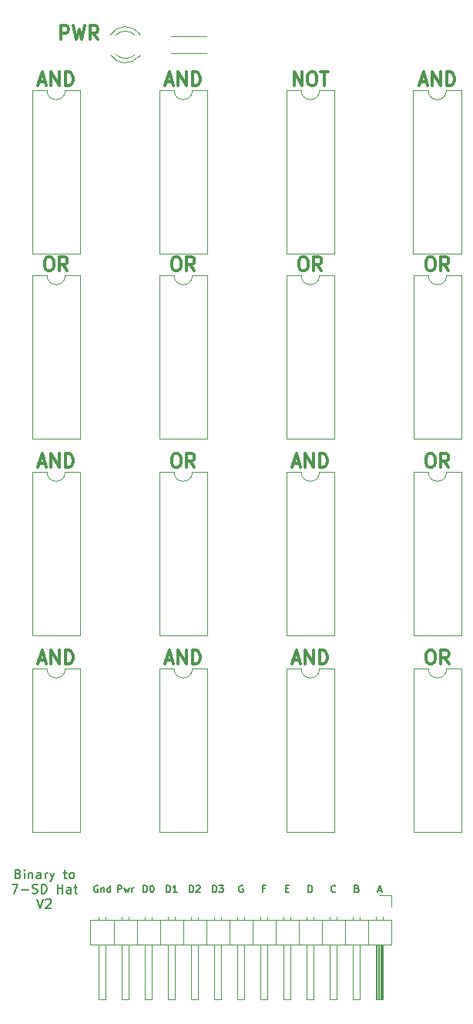
<source format=gto>
%TF.GenerationSoftware,KiCad,Pcbnew,(6.0.9)*%
%TF.CreationDate,2025-06-18T12:23:39-04:00*%
%TF.ProjectId,Seven Segment Display,53657665-6e20-4536-9567-6d656e742044,2*%
%TF.SameCoordinates,Original*%
%TF.FileFunction,Legend,Top*%
%TF.FilePolarity,Positive*%
%FSLAX46Y46*%
G04 Gerber Fmt 4.6, Leading zero omitted, Abs format (unit mm)*
G04 Created by KiCad (PCBNEW (6.0.9)) date 2025-06-18 12:23:39*
%MOMM*%
%LPD*%
G01*
G04 APERTURE LIST*
%ADD10C,0.187500*%
%ADD11C,0.300000*%
%ADD12C,0.150000*%
%ADD13C,0.120000*%
%ADD14R,1.800000X1.800000*%
%ADD15C,1.800000*%
%ADD16O,1.700000X1.700000*%
%ADD17R,1.700000X1.700000*%
%ADD18R,1.600000X1.600000*%
%ADD19O,1.600000X1.600000*%
%ADD20C,1.400000*%
%ADD21O,1.400000X1.400000*%
G04 APERTURE END LIST*
D10*
X132791428Y-126069285D02*
X132791428Y-125319285D01*
X132970000Y-125319285D01*
X133077142Y-125355000D01*
X133148571Y-125426428D01*
X133184285Y-125497857D01*
X133220000Y-125640714D01*
X133220000Y-125747857D01*
X133184285Y-125890714D01*
X133148571Y-125962142D01*
X133077142Y-126033571D01*
X132970000Y-126069285D01*
X132791428Y-126069285D01*
X133505714Y-125390714D02*
X133541428Y-125355000D01*
X133612857Y-125319285D01*
X133791428Y-125319285D01*
X133862857Y-125355000D01*
X133898571Y-125390714D01*
X133934285Y-125462142D01*
X133934285Y-125533571D01*
X133898571Y-125640714D01*
X133470000Y-126069285D01*
X133934285Y-126069285D01*
D11*
X145152142Y-56338571D02*
X145437857Y-56338571D01*
X145580714Y-56410000D01*
X145723571Y-56552857D01*
X145795000Y-56838571D01*
X145795000Y-57338571D01*
X145723571Y-57624285D01*
X145580714Y-57767142D01*
X145437857Y-57838571D01*
X145152142Y-57838571D01*
X145009285Y-57767142D01*
X144866428Y-57624285D01*
X144795000Y-57338571D01*
X144795000Y-56838571D01*
X144866428Y-56552857D01*
X145009285Y-56410000D01*
X145152142Y-56338571D01*
X147295000Y-57838571D02*
X146795000Y-57124285D01*
X146437857Y-57838571D02*
X146437857Y-56338571D01*
X147009285Y-56338571D01*
X147152142Y-56410000D01*
X147223571Y-56481428D01*
X147295000Y-56624285D01*
X147295000Y-56838571D01*
X147223571Y-56981428D01*
X147152142Y-57052857D01*
X147009285Y-57124285D01*
X146437857Y-57124285D01*
D10*
X135336428Y-126069285D02*
X135336428Y-125319285D01*
X135515000Y-125319285D01*
X135622142Y-125355000D01*
X135693571Y-125426428D01*
X135729285Y-125497857D01*
X135765000Y-125640714D01*
X135765000Y-125747857D01*
X135729285Y-125890714D01*
X135693571Y-125962142D01*
X135622142Y-126033571D01*
X135515000Y-126069285D01*
X135336428Y-126069285D01*
X136015000Y-125319285D02*
X136479285Y-125319285D01*
X136229285Y-125605000D01*
X136336428Y-125605000D01*
X136407857Y-125640714D01*
X136443571Y-125676428D01*
X136479285Y-125747857D01*
X136479285Y-125926428D01*
X136443571Y-125997857D01*
X136407857Y-126033571D01*
X136336428Y-126069285D01*
X136122142Y-126069285D01*
X136050714Y-126033571D01*
X136015000Y-125997857D01*
D11*
X159122142Y-56338571D02*
X159407857Y-56338571D01*
X159550714Y-56410000D01*
X159693571Y-56552857D01*
X159765000Y-56838571D01*
X159765000Y-57338571D01*
X159693571Y-57624285D01*
X159550714Y-57767142D01*
X159407857Y-57838571D01*
X159122142Y-57838571D01*
X158979285Y-57767142D01*
X158836428Y-57624285D01*
X158765000Y-57338571D01*
X158765000Y-56838571D01*
X158836428Y-56552857D01*
X158979285Y-56410000D01*
X159122142Y-56338571D01*
X161265000Y-57838571D02*
X160765000Y-57124285D01*
X160407857Y-57838571D02*
X160407857Y-56338571D01*
X160979285Y-56338571D01*
X161122142Y-56410000D01*
X161193571Y-56481428D01*
X161265000Y-56624285D01*
X161265000Y-56838571D01*
X161193571Y-56981428D01*
X161122142Y-57052857D01*
X160979285Y-57124285D01*
X160407857Y-57124285D01*
X130182142Y-37090000D02*
X130896428Y-37090000D01*
X130039285Y-37518571D02*
X130539285Y-36018571D01*
X131039285Y-37518571D01*
X131539285Y-37518571D02*
X131539285Y-36018571D01*
X132396428Y-37518571D01*
X132396428Y-36018571D01*
X133110714Y-37518571D02*
X133110714Y-36018571D01*
X133467857Y-36018571D01*
X133682142Y-36090000D01*
X133825000Y-36232857D01*
X133896428Y-36375714D01*
X133967857Y-36661428D01*
X133967857Y-36875714D01*
X133896428Y-37161428D01*
X133825000Y-37304285D01*
X133682142Y-37447142D01*
X133467857Y-37518571D01*
X133110714Y-37518571D01*
X158122142Y-37090000D02*
X158836428Y-37090000D01*
X157979285Y-37518571D02*
X158479285Y-36018571D01*
X158979285Y-37518571D01*
X159479285Y-37518571D02*
X159479285Y-36018571D01*
X160336428Y-37518571D01*
X160336428Y-36018571D01*
X161050714Y-37518571D02*
X161050714Y-36018571D01*
X161407857Y-36018571D01*
X161622142Y-36090000D01*
X161765000Y-36232857D01*
X161836428Y-36375714D01*
X161907857Y-36661428D01*
X161907857Y-36875714D01*
X161836428Y-37161428D01*
X161765000Y-37304285D01*
X161622142Y-37447142D01*
X161407857Y-37518571D01*
X161050714Y-37518571D01*
X131182142Y-56338571D02*
X131467857Y-56338571D01*
X131610714Y-56410000D01*
X131753571Y-56552857D01*
X131825000Y-56838571D01*
X131825000Y-57338571D01*
X131753571Y-57624285D01*
X131610714Y-57767142D01*
X131467857Y-57838571D01*
X131182142Y-57838571D01*
X131039285Y-57767142D01*
X130896428Y-57624285D01*
X130825000Y-57338571D01*
X130825000Y-56838571D01*
X130896428Y-56552857D01*
X131039285Y-56410000D01*
X131182142Y-56338571D01*
X133325000Y-57838571D02*
X132825000Y-57124285D01*
X132467857Y-57838571D02*
X132467857Y-56338571D01*
X133039285Y-56338571D01*
X133182142Y-56410000D01*
X133253571Y-56481428D01*
X133325000Y-56624285D01*
X133325000Y-56838571D01*
X133253571Y-56981428D01*
X133182142Y-57052857D01*
X133039285Y-57124285D01*
X132467857Y-57124285D01*
X144259285Y-37518571D02*
X144259285Y-36018571D01*
X145116428Y-37518571D01*
X145116428Y-36018571D01*
X146116428Y-36018571D02*
X146402142Y-36018571D01*
X146545000Y-36090000D01*
X146687857Y-36232857D01*
X146759285Y-36518571D01*
X146759285Y-37018571D01*
X146687857Y-37304285D01*
X146545000Y-37447142D01*
X146402142Y-37518571D01*
X146116428Y-37518571D01*
X145973571Y-37447142D01*
X145830714Y-37304285D01*
X145759285Y-37018571D01*
X145759285Y-36518571D01*
X145830714Y-36232857D01*
X145973571Y-36090000D01*
X146116428Y-36018571D01*
X147187857Y-36018571D02*
X148045000Y-36018571D01*
X147616428Y-37518571D02*
X147616428Y-36018571D01*
X116212142Y-79000000D02*
X116926428Y-79000000D01*
X116069285Y-79428571D02*
X116569285Y-77928571D01*
X117069285Y-79428571D01*
X117569285Y-79428571D02*
X117569285Y-77928571D01*
X118426428Y-79428571D01*
X118426428Y-77928571D01*
X119140714Y-79428571D02*
X119140714Y-77928571D01*
X119497857Y-77928571D01*
X119712142Y-78000000D01*
X119855000Y-78142857D01*
X119926428Y-78285714D01*
X119997857Y-78571428D01*
X119997857Y-78785714D01*
X119926428Y-79071428D01*
X119855000Y-79214285D01*
X119712142Y-79357142D01*
X119497857Y-79428571D01*
X119140714Y-79428571D01*
X116212142Y-100590000D02*
X116926428Y-100590000D01*
X116069285Y-101018571D02*
X116569285Y-99518571D01*
X117069285Y-101018571D01*
X117569285Y-101018571D02*
X117569285Y-99518571D01*
X118426428Y-101018571D01*
X118426428Y-99518571D01*
X119140714Y-101018571D02*
X119140714Y-99518571D01*
X119497857Y-99518571D01*
X119712142Y-99590000D01*
X119855000Y-99732857D01*
X119926428Y-99875714D01*
X119997857Y-100161428D01*
X119997857Y-100375714D01*
X119926428Y-100661428D01*
X119855000Y-100804285D01*
X119712142Y-100947142D01*
X119497857Y-101018571D01*
X119140714Y-101018571D01*
X118650000Y-32428571D02*
X118650000Y-30928571D01*
X119221428Y-30928571D01*
X119364285Y-31000000D01*
X119435714Y-31071428D01*
X119507142Y-31214285D01*
X119507142Y-31428571D01*
X119435714Y-31571428D01*
X119364285Y-31642857D01*
X119221428Y-31714285D01*
X118650000Y-31714285D01*
X120007142Y-30928571D02*
X120364285Y-32428571D01*
X120650000Y-31357142D01*
X120935714Y-32428571D01*
X121292857Y-30928571D01*
X122721428Y-32428571D02*
X122221428Y-31714285D01*
X121864285Y-32428571D02*
X121864285Y-30928571D01*
X122435714Y-30928571D01*
X122578571Y-31000000D01*
X122650000Y-31071428D01*
X122721428Y-31214285D01*
X122721428Y-31428571D01*
X122650000Y-31571428D01*
X122578571Y-31642857D01*
X122435714Y-31714285D01*
X121864285Y-31714285D01*
D12*
X113954047Y-124058571D02*
X114096904Y-124106190D01*
X114144523Y-124153809D01*
X114192142Y-124249047D01*
X114192142Y-124391904D01*
X114144523Y-124487142D01*
X114096904Y-124534761D01*
X114001666Y-124582380D01*
X113620714Y-124582380D01*
X113620714Y-123582380D01*
X113954047Y-123582380D01*
X114049285Y-123630000D01*
X114096904Y-123677619D01*
X114144523Y-123772857D01*
X114144523Y-123868095D01*
X114096904Y-123963333D01*
X114049285Y-124010952D01*
X113954047Y-124058571D01*
X113620714Y-124058571D01*
X114620714Y-124582380D02*
X114620714Y-123915714D01*
X114620714Y-123582380D02*
X114573095Y-123630000D01*
X114620714Y-123677619D01*
X114668333Y-123630000D01*
X114620714Y-123582380D01*
X114620714Y-123677619D01*
X115096904Y-123915714D02*
X115096904Y-124582380D01*
X115096904Y-124010952D02*
X115144523Y-123963333D01*
X115239761Y-123915714D01*
X115382619Y-123915714D01*
X115477857Y-123963333D01*
X115525476Y-124058571D01*
X115525476Y-124582380D01*
X116430238Y-124582380D02*
X116430238Y-124058571D01*
X116382619Y-123963333D01*
X116287380Y-123915714D01*
X116096904Y-123915714D01*
X116001666Y-123963333D01*
X116430238Y-124534761D02*
X116335000Y-124582380D01*
X116096904Y-124582380D01*
X116001666Y-124534761D01*
X115954047Y-124439523D01*
X115954047Y-124344285D01*
X116001666Y-124249047D01*
X116096904Y-124201428D01*
X116335000Y-124201428D01*
X116430238Y-124153809D01*
X116906428Y-124582380D02*
X116906428Y-123915714D01*
X116906428Y-124106190D02*
X116954047Y-124010952D01*
X117001666Y-123963333D01*
X117096904Y-123915714D01*
X117192142Y-123915714D01*
X117430238Y-123915714D02*
X117668333Y-124582380D01*
X117906428Y-123915714D02*
X117668333Y-124582380D01*
X117573095Y-124820476D01*
X117525476Y-124868095D01*
X117430238Y-124915714D01*
X118906428Y-123915714D02*
X119287380Y-123915714D01*
X119049285Y-123582380D02*
X119049285Y-124439523D01*
X119096904Y-124534761D01*
X119192142Y-124582380D01*
X119287380Y-124582380D01*
X119763571Y-124582380D02*
X119668333Y-124534761D01*
X119620714Y-124487142D01*
X119573095Y-124391904D01*
X119573095Y-124106190D01*
X119620714Y-124010952D01*
X119668333Y-123963333D01*
X119763571Y-123915714D01*
X119906428Y-123915714D01*
X120001666Y-123963333D01*
X120049285Y-124010952D01*
X120096904Y-124106190D01*
X120096904Y-124391904D01*
X120049285Y-124487142D01*
X120001666Y-124534761D01*
X119906428Y-124582380D01*
X119763571Y-124582380D01*
X113263571Y-125192380D02*
X113930238Y-125192380D01*
X113501666Y-126192380D01*
X114311190Y-125811428D02*
X115073095Y-125811428D01*
X115501666Y-126144761D02*
X115644523Y-126192380D01*
X115882619Y-126192380D01*
X115977857Y-126144761D01*
X116025476Y-126097142D01*
X116073095Y-126001904D01*
X116073095Y-125906666D01*
X116025476Y-125811428D01*
X115977857Y-125763809D01*
X115882619Y-125716190D01*
X115692142Y-125668571D01*
X115596904Y-125620952D01*
X115549285Y-125573333D01*
X115501666Y-125478095D01*
X115501666Y-125382857D01*
X115549285Y-125287619D01*
X115596904Y-125240000D01*
X115692142Y-125192380D01*
X115930238Y-125192380D01*
X116073095Y-125240000D01*
X116501666Y-126192380D02*
X116501666Y-125192380D01*
X116739761Y-125192380D01*
X116882619Y-125240000D01*
X116977857Y-125335238D01*
X117025476Y-125430476D01*
X117073095Y-125620952D01*
X117073095Y-125763809D01*
X117025476Y-125954285D01*
X116977857Y-126049523D01*
X116882619Y-126144761D01*
X116739761Y-126192380D01*
X116501666Y-126192380D01*
X118263571Y-126192380D02*
X118263571Y-125192380D01*
X118263571Y-125668571D02*
X118835000Y-125668571D01*
X118835000Y-126192380D02*
X118835000Y-125192380D01*
X119739761Y-126192380D02*
X119739761Y-125668571D01*
X119692142Y-125573333D01*
X119596904Y-125525714D01*
X119406428Y-125525714D01*
X119311190Y-125573333D01*
X119739761Y-126144761D02*
X119644523Y-126192380D01*
X119406428Y-126192380D01*
X119311190Y-126144761D01*
X119263571Y-126049523D01*
X119263571Y-125954285D01*
X119311190Y-125859047D01*
X119406428Y-125811428D01*
X119644523Y-125811428D01*
X119739761Y-125763809D01*
X120073095Y-125525714D02*
X120454047Y-125525714D01*
X120215952Y-125192380D02*
X120215952Y-126049523D01*
X120263571Y-126144761D01*
X120358809Y-126192380D01*
X120454047Y-126192380D01*
X116025476Y-126802380D02*
X116358809Y-127802380D01*
X116692142Y-126802380D01*
X116977857Y-126897619D02*
X117025476Y-126850000D01*
X117120714Y-126802380D01*
X117358809Y-126802380D01*
X117454047Y-126850000D01*
X117501666Y-126897619D01*
X117549285Y-126992857D01*
X117549285Y-127088095D01*
X117501666Y-127230952D01*
X116930238Y-127802380D01*
X117549285Y-127802380D01*
D10*
X141077142Y-125676428D02*
X140827142Y-125676428D01*
X140827142Y-126069285D02*
X140827142Y-125319285D01*
X141184285Y-125319285D01*
D11*
X144152142Y-100590000D02*
X144866428Y-100590000D01*
X144009285Y-101018571D02*
X144509285Y-99518571D01*
X145009285Y-101018571D01*
X145509285Y-101018571D02*
X145509285Y-99518571D01*
X146366428Y-101018571D01*
X146366428Y-99518571D01*
X147080714Y-101018571D02*
X147080714Y-99518571D01*
X147437857Y-99518571D01*
X147652142Y-99590000D01*
X147795000Y-99732857D01*
X147866428Y-99875714D01*
X147937857Y-100161428D01*
X147937857Y-100375714D01*
X147866428Y-100661428D01*
X147795000Y-100804285D01*
X147652142Y-100947142D01*
X147437857Y-101018571D01*
X147080714Y-101018571D01*
D10*
X124908571Y-126069285D02*
X124908571Y-125319285D01*
X125194285Y-125319285D01*
X125265714Y-125355000D01*
X125301428Y-125390714D01*
X125337142Y-125462142D01*
X125337142Y-125569285D01*
X125301428Y-125640714D01*
X125265714Y-125676428D01*
X125194285Y-125712142D01*
X124908571Y-125712142D01*
X125587142Y-125569285D02*
X125730000Y-126069285D01*
X125872857Y-125712142D01*
X126015714Y-126069285D01*
X126158571Y-125569285D01*
X126444285Y-126069285D02*
X126444285Y-125569285D01*
X126444285Y-125712142D02*
X126480000Y-125640714D01*
X126515714Y-125605000D01*
X126587142Y-125569285D01*
X126658571Y-125569285D01*
X148817142Y-125997857D02*
X148781428Y-126033571D01*
X148674285Y-126069285D01*
X148602857Y-126069285D01*
X148495714Y-126033571D01*
X148424285Y-125962142D01*
X148388571Y-125890714D01*
X148352857Y-125747857D01*
X148352857Y-125640714D01*
X148388571Y-125497857D01*
X148424285Y-125426428D01*
X148495714Y-125355000D01*
X148602857Y-125319285D01*
X148674285Y-125319285D01*
X148781428Y-125355000D01*
X148817142Y-125390714D01*
D11*
X117212142Y-56338571D02*
X117497857Y-56338571D01*
X117640714Y-56410000D01*
X117783571Y-56552857D01*
X117855000Y-56838571D01*
X117855000Y-57338571D01*
X117783571Y-57624285D01*
X117640714Y-57767142D01*
X117497857Y-57838571D01*
X117212142Y-57838571D01*
X117069285Y-57767142D01*
X116926428Y-57624285D01*
X116855000Y-57338571D01*
X116855000Y-56838571D01*
X116926428Y-56552857D01*
X117069285Y-56410000D01*
X117212142Y-56338571D01*
X119355000Y-57838571D02*
X118855000Y-57124285D01*
X118497857Y-57838571D02*
X118497857Y-56338571D01*
X119069285Y-56338571D01*
X119212142Y-56410000D01*
X119283571Y-56481428D01*
X119355000Y-56624285D01*
X119355000Y-56838571D01*
X119283571Y-56981428D01*
X119212142Y-57052857D01*
X119069285Y-57124285D01*
X118497857Y-57124285D01*
X130182142Y-100590000D02*
X130896428Y-100590000D01*
X130039285Y-101018571D02*
X130539285Y-99518571D01*
X131039285Y-101018571D01*
X131539285Y-101018571D02*
X131539285Y-99518571D01*
X132396428Y-101018571D01*
X132396428Y-99518571D01*
X133110714Y-101018571D02*
X133110714Y-99518571D01*
X133467857Y-99518571D01*
X133682142Y-99590000D01*
X133825000Y-99732857D01*
X133896428Y-99875714D01*
X133967857Y-100161428D01*
X133967857Y-100375714D01*
X133896428Y-100661428D01*
X133825000Y-100804285D01*
X133682142Y-100947142D01*
X133467857Y-101018571D01*
X133110714Y-101018571D01*
D10*
X130256428Y-126069285D02*
X130256428Y-125319285D01*
X130435000Y-125319285D01*
X130542142Y-125355000D01*
X130613571Y-125426428D01*
X130649285Y-125497857D01*
X130685000Y-125640714D01*
X130685000Y-125747857D01*
X130649285Y-125890714D01*
X130613571Y-125962142D01*
X130542142Y-126033571D01*
X130435000Y-126069285D01*
X130256428Y-126069285D01*
X131399285Y-126069285D02*
X130970714Y-126069285D01*
X131185000Y-126069285D02*
X131185000Y-125319285D01*
X131113571Y-125426428D01*
X131042142Y-125497857D01*
X130970714Y-125533571D01*
D11*
X116212142Y-37090000D02*
X116926428Y-37090000D01*
X116069285Y-37518571D02*
X116569285Y-36018571D01*
X117069285Y-37518571D01*
X117569285Y-37518571D02*
X117569285Y-36018571D01*
X118426428Y-37518571D01*
X118426428Y-36018571D01*
X119140714Y-37518571D02*
X119140714Y-36018571D01*
X119497857Y-36018571D01*
X119712142Y-36090000D01*
X119855000Y-36232857D01*
X119926428Y-36375714D01*
X119997857Y-36661428D01*
X119997857Y-36875714D01*
X119926428Y-37161428D01*
X119855000Y-37304285D01*
X119712142Y-37447142D01*
X119497857Y-37518571D01*
X119140714Y-37518571D01*
X144152142Y-79000000D02*
X144866428Y-79000000D01*
X144009285Y-79428571D02*
X144509285Y-77928571D01*
X145009285Y-79428571D01*
X145509285Y-79428571D02*
X145509285Y-77928571D01*
X146366428Y-79428571D01*
X146366428Y-77928571D01*
X147080714Y-79428571D02*
X147080714Y-77928571D01*
X147437857Y-77928571D01*
X147652142Y-78000000D01*
X147795000Y-78142857D01*
X147866428Y-78285714D01*
X147937857Y-78571428D01*
X147937857Y-78785714D01*
X147866428Y-79071428D01*
X147795000Y-79214285D01*
X147652142Y-79357142D01*
X147437857Y-79428571D01*
X147080714Y-79428571D01*
D10*
X145848571Y-126069285D02*
X145848571Y-125319285D01*
X146027142Y-125319285D01*
X146134285Y-125355000D01*
X146205714Y-125426428D01*
X146241428Y-125497857D01*
X146277142Y-125640714D01*
X146277142Y-125747857D01*
X146241428Y-125890714D01*
X146205714Y-125962142D01*
X146134285Y-126033571D01*
X146027142Y-126069285D01*
X145848571Y-126069285D01*
D11*
X159122142Y-77928571D02*
X159407857Y-77928571D01*
X159550714Y-78000000D01*
X159693571Y-78142857D01*
X159765000Y-78428571D01*
X159765000Y-78928571D01*
X159693571Y-79214285D01*
X159550714Y-79357142D01*
X159407857Y-79428571D01*
X159122142Y-79428571D01*
X158979285Y-79357142D01*
X158836428Y-79214285D01*
X158765000Y-78928571D01*
X158765000Y-78428571D01*
X158836428Y-78142857D01*
X158979285Y-78000000D01*
X159122142Y-77928571D01*
X161265000Y-79428571D02*
X160765000Y-78714285D01*
X160407857Y-79428571D02*
X160407857Y-77928571D01*
X160979285Y-77928571D01*
X161122142Y-78000000D01*
X161193571Y-78071428D01*
X161265000Y-78214285D01*
X161265000Y-78428571D01*
X161193571Y-78571428D01*
X161122142Y-78642857D01*
X160979285Y-78714285D01*
X160407857Y-78714285D01*
D10*
X153486428Y-125855000D02*
X153843571Y-125855000D01*
X153415000Y-126069285D02*
X153665000Y-125319285D01*
X153915000Y-126069285D01*
X122707857Y-125355000D02*
X122636428Y-125319285D01*
X122529285Y-125319285D01*
X122422142Y-125355000D01*
X122350714Y-125426428D01*
X122315000Y-125497857D01*
X122279285Y-125640714D01*
X122279285Y-125747857D01*
X122315000Y-125890714D01*
X122350714Y-125962142D01*
X122422142Y-126033571D01*
X122529285Y-126069285D01*
X122600714Y-126069285D01*
X122707857Y-126033571D01*
X122743571Y-125997857D01*
X122743571Y-125747857D01*
X122600714Y-125747857D01*
X123065000Y-125569285D02*
X123065000Y-126069285D01*
X123065000Y-125640714D02*
X123100714Y-125605000D01*
X123172142Y-125569285D01*
X123279285Y-125569285D01*
X123350714Y-125605000D01*
X123386428Y-125676428D01*
X123386428Y-126069285D01*
X124065000Y-126069285D02*
X124065000Y-125319285D01*
X124065000Y-126033571D02*
X123993571Y-126069285D01*
X123850714Y-126069285D01*
X123779285Y-126033571D01*
X123743571Y-125997857D01*
X123707857Y-125926428D01*
X123707857Y-125712142D01*
X123743571Y-125640714D01*
X123779285Y-125605000D01*
X123850714Y-125569285D01*
X123993571Y-125569285D01*
X124065000Y-125605000D01*
X143349285Y-125676428D02*
X143599285Y-125676428D01*
X143706428Y-126069285D02*
X143349285Y-126069285D01*
X143349285Y-125319285D01*
X143706428Y-125319285D01*
X127716428Y-126069285D02*
X127716428Y-125319285D01*
X127895000Y-125319285D01*
X128002142Y-125355000D01*
X128073571Y-125426428D01*
X128109285Y-125497857D01*
X128145000Y-125640714D01*
X128145000Y-125747857D01*
X128109285Y-125890714D01*
X128073571Y-125962142D01*
X128002142Y-126033571D01*
X127895000Y-126069285D01*
X127716428Y-126069285D01*
X128609285Y-125319285D02*
X128680714Y-125319285D01*
X128752142Y-125355000D01*
X128787857Y-125390714D01*
X128823571Y-125462142D01*
X128859285Y-125605000D01*
X128859285Y-125783571D01*
X128823571Y-125926428D01*
X128787857Y-125997857D01*
X128752142Y-126033571D01*
X128680714Y-126069285D01*
X128609285Y-126069285D01*
X128537857Y-126033571D01*
X128502142Y-125997857D01*
X128466428Y-125926428D01*
X128430714Y-125783571D01*
X128430714Y-125605000D01*
X128466428Y-125462142D01*
X128502142Y-125390714D01*
X128537857Y-125355000D01*
X128609285Y-125319285D01*
X151183571Y-125676428D02*
X151290714Y-125712142D01*
X151326428Y-125747857D01*
X151362142Y-125819285D01*
X151362142Y-125926428D01*
X151326428Y-125997857D01*
X151290714Y-126033571D01*
X151219285Y-126069285D01*
X150933571Y-126069285D01*
X150933571Y-125319285D01*
X151183571Y-125319285D01*
X151255000Y-125355000D01*
X151290714Y-125390714D01*
X151326428Y-125462142D01*
X151326428Y-125533571D01*
X151290714Y-125605000D01*
X151255000Y-125640714D01*
X151183571Y-125676428D01*
X150933571Y-125676428D01*
D11*
X131182142Y-77928571D02*
X131467857Y-77928571D01*
X131610714Y-78000000D01*
X131753571Y-78142857D01*
X131825000Y-78428571D01*
X131825000Y-78928571D01*
X131753571Y-79214285D01*
X131610714Y-79357142D01*
X131467857Y-79428571D01*
X131182142Y-79428571D01*
X131039285Y-79357142D01*
X130896428Y-79214285D01*
X130825000Y-78928571D01*
X130825000Y-78428571D01*
X130896428Y-78142857D01*
X131039285Y-78000000D01*
X131182142Y-77928571D01*
X133325000Y-79428571D02*
X132825000Y-78714285D01*
X132467857Y-79428571D02*
X132467857Y-77928571D01*
X133039285Y-77928571D01*
X133182142Y-78000000D01*
X133253571Y-78071428D01*
X133325000Y-78214285D01*
X133325000Y-78428571D01*
X133253571Y-78571428D01*
X133182142Y-78642857D01*
X133039285Y-78714285D01*
X132467857Y-78714285D01*
D10*
X138626428Y-125355000D02*
X138555000Y-125319285D01*
X138447857Y-125319285D01*
X138340714Y-125355000D01*
X138269285Y-125426428D01*
X138233571Y-125497857D01*
X138197857Y-125640714D01*
X138197857Y-125747857D01*
X138233571Y-125890714D01*
X138269285Y-125962142D01*
X138340714Y-126033571D01*
X138447857Y-126069285D01*
X138519285Y-126069285D01*
X138626428Y-126033571D01*
X138662142Y-125997857D01*
X138662142Y-125747857D01*
X138519285Y-125747857D01*
D11*
X159132142Y-99518571D02*
X159417857Y-99518571D01*
X159560714Y-99590000D01*
X159703571Y-99732857D01*
X159775000Y-100018571D01*
X159775000Y-100518571D01*
X159703571Y-100804285D01*
X159560714Y-100947142D01*
X159417857Y-101018571D01*
X159132142Y-101018571D01*
X158989285Y-100947142D01*
X158846428Y-100804285D01*
X158775000Y-100518571D01*
X158775000Y-100018571D01*
X158846428Y-99732857D01*
X158989285Y-99590000D01*
X159132142Y-99518571D01*
X161275000Y-101018571D02*
X160775000Y-100304285D01*
X160417857Y-101018571D02*
X160417857Y-99518571D01*
X160989285Y-99518571D01*
X161132142Y-99590000D01*
X161203571Y-99661428D01*
X161275000Y-99804285D01*
X161275000Y-100018571D01*
X161203571Y-100161428D01*
X161132142Y-100232857D01*
X160989285Y-100304285D01*
X160417857Y-100304285D01*
D13*
%TO.C,D1*%
X127290000Y-31940000D02*
X127290000Y-31784000D01*
X127290000Y-34256000D02*
X127290000Y-34100000D01*
X126770961Y-31940000D02*
G75*
G03*
X124688870Y-31940163I-1040961J-1080000D01*
G01*
X124688870Y-34099837D02*
G75*
G03*
X126770961Y-34100000I1041130J1079837D01*
G01*
X124057665Y-34098608D02*
G75*
G03*
X127290000Y-34255516I1672335J1078608D01*
G01*
X127290000Y-31784484D02*
G75*
G03*
X124057665Y-31941392I-1560000J-1235516D01*
G01*
%TO.C,J1*%
X121855000Y-131805000D02*
X154995000Y-131805000D01*
X145665000Y-137805000D02*
X145665000Y-131805000D01*
X153285000Y-128815000D02*
X153285000Y-129145000D01*
X126995000Y-129145000D02*
X126995000Y-131805000D01*
X135505000Y-128747929D02*
X135505000Y-129145000D01*
X141345000Y-128747929D02*
X141345000Y-129145000D01*
X123565000Y-137805000D02*
X122805000Y-137805000D01*
X128645000Y-128747929D02*
X128645000Y-129145000D01*
X127885000Y-128747929D02*
X127885000Y-129145000D01*
X128645000Y-137805000D02*
X127885000Y-137805000D01*
X131185000Y-137805000D02*
X130425000Y-137805000D01*
X153865000Y-131805000D02*
X153865000Y-137805000D01*
X143885000Y-128747929D02*
X143885000Y-129145000D01*
X150745000Y-128747929D02*
X150745000Y-129145000D01*
X141345000Y-137805000D02*
X140585000Y-137805000D01*
X130425000Y-137805000D02*
X130425000Y-131805000D01*
X154045000Y-128815000D02*
X154045000Y-129145000D01*
X127885000Y-137805000D02*
X127885000Y-131805000D01*
X151505000Y-128747929D02*
X151505000Y-129145000D01*
X126105000Y-131805000D02*
X126105000Y-137805000D01*
X131185000Y-131805000D02*
X131185000Y-137805000D01*
X146425000Y-128747929D02*
X146425000Y-129145000D01*
X132075000Y-129145000D02*
X132075000Y-131805000D01*
X136265000Y-137805000D02*
X135505000Y-137805000D01*
X123565000Y-131805000D02*
X123565000Y-137805000D01*
X129535000Y-129145000D02*
X129535000Y-131805000D01*
X132965000Y-137805000D02*
X132965000Y-131805000D01*
X140585000Y-128747929D02*
X140585000Y-129145000D01*
X136265000Y-128747929D02*
X136265000Y-129145000D01*
X154935000Y-126435000D02*
X154935000Y-127705000D01*
X153665000Y-126435000D02*
X154935000Y-126435000D01*
X138805000Y-131805000D02*
X138805000Y-137805000D01*
X126105000Y-128747929D02*
X126105000Y-129145000D01*
X125345000Y-137805000D02*
X125345000Y-131805000D01*
X153505000Y-131805000D02*
X153505000Y-137805000D01*
X138805000Y-137805000D02*
X138045000Y-137805000D01*
X152395000Y-129145000D02*
X152395000Y-131805000D01*
X126105000Y-137805000D02*
X125345000Y-137805000D01*
X153625000Y-131805000D02*
X153625000Y-137805000D01*
X154045000Y-137805000D02*
X153285000Y-137805000D01*
X147315000Y-129145000D02*
X147315000Y-131805000D01*
X133725000Y-137805000D02*
X132965000Y-137805000D01*
X133725000Y-131805000D02*
X133725000Y-137805000D01*
X148965000Y-137805000D02*
X148205000Y-137805000D01*
X133725000Y-128747929D02*
X133725000Y-129145000D01*
X151505000Y-137805000D02*
X150745000Y-137805000D01*
X149855000Y-129145000D02*
X149855000Y-131805000D01*
X131185000Y-128747929D02*
X131185000Y-129145000D01*
X150745000Y-137805000D02*
X150745000Y-131805000D01*
X154995000Y-131805000D02*
X154995000Y-129145000D01*
X139695000Y-129145000D02*
X139695000Y-131805000D01*
X143885000Y-131805000D02*
X143885000Y-137805000D01*
X143885000Y-137805000D02*
X143125000Y-137805000D01*
X144775000Y-129145000D02*
X144775000Y-131805000D01*
X153985000Y-131805000D02*
X153985000Y-137805000D01*
X135505000Y-137805000D02*
X135505000Y-131805000D01*
X124455000Y-129145000D02*
X124455000Y-131805000D01*
X140585000Y-137805000D02*
X140585000Y-131805000D01*
X138805000Y-128747929D02*
X138805000Y-129145000D01*
X145665000Y-128747929D02*
X145665000Y-129145000D01*
X154995000Y-129145000D02*
X121855000Y-129145000D01*
X148205000Y-137805000D02*
X148205000Y-131805000D01*
X122805000Y-128747929D02*
X122805000Y-129145000D01*
X146425000Y-137805000D02*
X145665000Y-137805000D01*
X151505000Y-131805000D02*
X151505000Y-137805000D01*
X125345000Y-128747929D02*
X125345000Y-129145000D01*
X137155000Y-129145000D02*
X137155000Y-131805000D01*
X132965000Y-128747929D02*
X132965000Y-129145000D01*
X148965000Y-128747929D02*
X148965000Y-129145000D01*
X154045000Y-131805000D02*
X154045000Y-137805000D01*
X134615000Y-129145000D02*
X134615000Y-131805000D01*
X153285000Y-137805000D02*
X153285000Y-131805000D01*
X141345000Y-131805000D02*
X141345000Y-137805000D01*
X153745000Y-131805000D02*
X153745000Y-137805000D01*
X122805000Y-137805000D02*
X122805000Y-131805000D01*
X153385000Y-131805000D02*
X153385000Y-137805000D01*
X128645000Y-131805000D02*
X128645000Y-137805000D01*
X146425000Y-131805000D02*
X146425000Y-137805000D01*
X148205000Y-128747929D02*
X148205000Y-129145000D01*
X148965000Y-131805000D02*
X148965000Y-137805000D01*
X142235000Y-129145000D02*
X142235000Y-131805000D01*
X143125000Y-128747929D02*
X143125000Y-129145000D01*
X138045000Y-128747929D02*
X138045000Y-129145000D01*
X143125000Y-137805000D02*
X143125000Y-131805000D01*
X121855000Y-129145000D02*
X121855000Y-131805000D01*
X136265000Y-131805000D02*
X136265000Y-137805000D01*
X130425000Y-128747929D02*
X130425000Y-129145000D01*
X138045000Y-137805000D02*
X138045000Y-131805000D01*
X123565000Y-128747929D02*
X123565000Y-129145000D01*
%TO.C,U1*%
X148705000Y-97855000D02*
X148705000Y-79955000D01*
X143405000Y-97855000D02*
X148705000Y-97855000D01*
X145055000Y-79955000D02*
X143405000Y-79955000D01*
X143405000Y-79955000D02*
X143405000Y-97855000D01*
X148705000Y-79955000D02*
X147055000Y-79955000D01*
X145055000Y-79955000D02*
G75*
G03*
X147055000Y-79955000I1000000J0D01*
G01*
%TO.C,U10*%
X120765000Y-58365000D02*
X119115000Y-58365000D01*
X117115000Y-58365000D02*
X115465000Y-58365000D01*
X115465000Y-76265000D02*
X120765000Y-76265000D01*
X120765000Y-76265000D02*
X120765000Y-58365000D01*
X115465000Y-58365000D02*
X115465000Y-76265000D01*
X117115000Y-58365000D02*
G75*
G03*
X119115000Y-58365000I1000000J0D01*
G01*
%TO.C,U15*%
X148705000Y-101545000D02*
X147055000Y-101545000D01*
X143405000Y-119445000D02*
X148705000Y-119445000D01*
X143405000Y-101545000D02*
X143405000Y-119445000D01*
X148705000Y-119445000D02*
X148705000Y-101545000D01*
X145055000Y-101545000D02*
X143405000Y-101545000D01*
X145055000Y-101545000D02*
G75*
G03*
X147055000Y-101545000I1000000J0D01*
G01*
%TO.C,U4*%
X134735000Y-38045000D02*
X133085000Y-38045000D01*
X129435000Y-55945000D02*
X134735000Y-55945000D01*
X131085000Y-38045000D02*
X129435000Y-38045000D01*
X134735000Y-55945000D02*
X134735000Y-38045000D01*
X129435000Y-38045000D02*
X129435000Y-55945000D01*
X131085000Y-38045000D02*
G75*
G03*
X133085000Y-38045000I1000000J0D01*
G01*
%TO.C,R1*%
X134610000Y-32100000D02*
X130770000Y-32100000D01*
X134610000Y-33940000D02*
X130770000Y-33940000D01*
%TO.C,U11*%
X134735000Y-119445000D02*
X134735000Y-101545000D01*
X129435000Y-119445000D02*
X134735000Y-119445000D01*
X131085000Y-101545000D02*
X129435000Y-101545000D01*
X129435000Y-101545000D02*
X129435000Y-119445000D01*
X134735000Y-101545000D02*
X133085000Y-101545000D01*
X131085000Y-101545000D02*
G75*
G03*
X133085000Y-101545000I1000000J0D01*
G01*
%TO.C,U8*%
X159025000Y-79955000D02*
X157375000Y-79955000D01*
X157375000Y-79955000D02*
X157375000Y-97855000D01*
X162675000Y-79955000D02*
X161025000Y-79955000D01*
X162675000Y-97855000D02*
X162675000Y-79955000D01*
X157375000Y-97855000D02*
X162675000Y-97855000D01*
X159025000Y-79955000D02*
G75*
G03*
X161025000Y-79955000I1000000J0D01*
G01*
%TO.C,U12*%
X145055000Y-38045000D02*
X143405000Y-38045000D01*
X143405000Y-38045000D02*
X143405000Y-55945000D01*
X148705000Y-55945000D02*
X148705000Y-38045000D01*
X148705000Y-38045000D02*
X147055000Y-38045000D01*
X143405000Y-55945000D02*
X148705000Y-55945000D01*
X145055000Y-38045000D02*
G75*
G03*
X147055000Y-38045000I1000000J0D01*
G01*
%TO.C,U13*%
X157375000Y-101545000D02*
X157375000Y-119445000D01*
X162675000Y-101545000D02*
X161025000Y-101545000D01*
X157375000Y-119445000D02*
X162675000Y-119445000D01*
X159025000Y-101545000D02*
X157375000Y-101545000D01*
X162675000Y-119445000D02*
X162675000Y-101545000D01*
X159025000Y-101545000D02*
G75*
G03*
X161025000Y-101545000I1000000J0D01*
G01*
%TO.C,U2*%
X157375000Y-58365000D02*
X157375000Y-76265000D01*
X162675000Y-76265000D02*
X162675000Y-58365000D01*
X157375000Y-76265000D02*
X162675000Y-76265000D01*
X159025000Y-58365000D02*
X157375000Y-58365000D01*
X162675000Y-58365000D02*
X161025000Y-58365000D01*
X159025000Y-58365000D02*
G75*
G03*
X161025000Y-58365000I1000000J0D01*
G01*
%TO.C,U14*%
X134735000Y-97855000D02*
X134735000Y-79955000D01*
X134735000Y-79955000D02*
X133085000Y-79955000D01*
X131085000Y-79955000D02*
X129435000Y-79955000D01*
X129435000Y-79955000D02*
X129435000Y-97855000D01*
X129435000Y-97855000D02*
X134735000Y-97855000D01*
X131085000Y-79955000D02*
G75*
G03*
X133085000Y-79955000I1000000J0D01*
G01*
%TO.C,U6*%
X120765000Y-101545000D02*
X119115000Y-101545000D01*
X117115000Y-101545000D02*
X115465000Y-101545000D01*
X115465000Y-101545000D02*
X115465000Y-119445000D01*
X120765000Y-119445000D02*
X120765000Y-101545000D01*
X115465000Y-119445000D02*
X120765000Y-119445000D01*
X117115000Y-101545000D02*
G75*
G03*
X119115000Y-101545000I1000000J0D01*
G01*
%TO.C,U7*%
X145055000Y-58365000D02*
X143405000Y-58365000D01*
X148705000Y-76265000D02*
X148705000Y-58365000D01*
X148705000Y-58365000D02*
X147055000Y-58365000D01*
X143405000Y-76265000D02*
X148705000Y-76265000D01*
X143405000Y-58365000D02*
X143405000Y-76265000D01*
X145055000Y-58365000D02*
G75*
G03*
X147055000Y-58365000I1000000J0D01*
G01*
%TO.C,U9*%
X134735000Y-58365000D02*
X133085000Y-58365000D01*
X131085000Y-58365000D02*
X129435000Y-58365000D01*
X129435000Y-76265000D02*
X134735000Y-76265000D01*
X134735000Y-76265000D02*
X134735000Y-58365000D01*
X129435000Y-58365000D02*
X129435000Y-76265000D01*
X131085000Y-58365000D02*
G75*
G03*
X133085000Y-58365000I1000000J0D01*
G01*
%TO.C,U16*%
X120765000Y-79955000D02*
X119115000Y-79955000D01*
X117115000Y-79955000D02*
X115465000Y-79955000D01*
X115465000Y-79955000D02*
X115465000Y-97855000D01*
X115465000Y-97855000D02*
X120765000Y-97855000D01*
X120765000Y-97855000D02*
X120765000Y-79955000D01*
X117115000Y-79955000D02*
G75*
G03*
X119115000Y-79955000I1000000J0D01*
G01*
%TO.C,U3*%
X115465000Y-38045000D02*
X115465000Y-55945000D01*
X120765000Y-38045000D02*
X119115000Y-38045000D01*
X120765000Y-55945000D02*
X120765000Y-38045000D01*
X115465000Y-55945000D02*
X120765000Y-55945000D01*
X117115000Y-38045000D02*
X115465000Y-38045000D01*
X117115000Y-38045000D02*
G75*
G03*
X119115000Y-38045000I1000000J0D01*
G01*
%TO.C,U5*%
X157365000Y-38045000D02*
X157365000Y-55945000D01*
X162665000Y-38045000D02*
X161015000Y-38045000D01*
X159015000Y-38045000D02*
X157365000Y-38045000D01*
X162665000Y-55945000D02*
X162665000Y-38045000D01*
X157365000Y-55945000D02*
X162665000Y-55945000D01*
X159015000Y-38045000D02*
G75*
G03*
X161015000Y-38045000I1000000J0D01*
G01*
%TD*%
%LPC*%
D14*
%TO.C,D1*%
X127000000Y-33020000D03*
D15*
X124460000Y-33020000D03*
%TD*%
D16*
%TO.C,J1*%
X123185000Y-127705000D03*
X125725000Y-127705000D03*
X128265000Y-127705000D03*
X130805000Y-127705000D03*
X133345000Y-127705000D03*
X135885000Y-127705000D03*
X138425000Y-127705000D03*
X140965000Y-127705000D03*
X143505000Y-127705000D03*
X146045000Y-127705000D03*
X148585000Y-127705000D03*
X151125000Y-127705000D03*
D17*
X153665000Y-127705000D03*
%TD*%
D18*
%TO.C,U1*%
X142245000Y-81285000D03*
D19*
X142245000Y-83825000D03*
X142245000Y-86365000D03*
X142245000Y-88905000D03*
X142245000Y-91445000D03*
X142245000Y-93985000D03*
X142245000Y-96525000D03*
X149865000Y-96525000D03*
X149865000Y-93985000D03*
X149865000Y-91445000D03*
X149865000Y-88905000D03*
X149865000Y-86365000D03*
X149865000Y-83825000D03*
X149865000Y-81285000D03*
%TD*%
D18*
%TO.C,U10*%
X114305000Y-59695000D03*
D19*
X114305000Y-62235000D03*
X114305000Y-64775000D03*
X114305000Y-67315000D03*
X114305000Y-69855000D03*
X114305000Y-72395000D03*
X114305000Y-74935000D03*
X121925000Y-74935000D03*
X121925000Y-72395000D03*
X121925000Y-69855000D03*
X121925000Y-67315000D03*
X121925000Y-64775000D03*
X121925000Y-62235000D03*
X121925000Y-59695000D03*
%TD*%
D18*
%TO.C,U15*%
X142245000Y-102875000D03*
D19*
X142245000Y-105415000D03*
X142245000Y-107955000D03*
X142245000Y-110495000D03*
X142245000Y-113035000D03*
X142245000Y-115575000D03*
X142245000Y-118115000D03*
X149865000Y-118115000D03*
X149865000Y-115575000D03*
X149865000Y-113035000D03*
X149865000Y-110495000D03*
X149865000Y-107955000D03*
X149865000Y-105415000D03*
X149865000Y-102875000D03*
%TD*%
D18*
%TO.C,U4*%
X128275000Y-39375000D03*
D19*
X128275000Y-41915000D03*
X128275000Y-44455000D03*
X128275000Y-46995000D03*
X128275000Y-49535000D03*
X128275000Y-52075000D03*
X128275000Y-54615000D03*
X135895000Y-54615000D03*
X135895000Y-52075000D03*
X135895000Y-49535000D03*
X135895000Y-46995000D03*
X135895000Y-44455000D03*
X135895000Y-41915000D03*
X135895000Y-39375000D03*
%TD*%
D20*
%TO.C,R1*%
X135230000Y-33020000D03*
D21*
X130150000Y-33020000D03*
%TD*%
D18*
%TO.C,U11*%
X128275000Y-102875000D03*
D19*
X128275000Y-105415000D03*
X128275000Y-107955000D03*
X128275000Y-110495000D03*
X128275000Y-113035000D03*
X128275000Y-115575000D03*
X128275000Y-118115000D03*
X135895000Y-118115000D03*
X135895000Y-115575000D03*
X135895000Y-113035000D03*
X135895000Y-110495000D03*
X135895000Y-107955000D03*
X135895000Y-105415000D03*
X135895000Y-102875000D03*
%TD*%
D18*
%TO.C,U8*%
X156215000Y-81285000D03*
D19*
X156215000Y-83825000D03*
X156215000Y-86365000D03*
X156215000Y-88905000D03*
X156215000Y-91445000D03*
X156215000Y-93985000D03*
X156215000Y-96525000D03*
X163835000Y-96525000D03*
X163835000Y-93985000D03*
X163835000Y-91445000D03*
X163835000Y-88905000D03*
X163835000Y-86365000D03*
X163835000Y-83825000D03*
X163835000Y-81285000D03*
%TD*%
D18*
%TO.C,U12*%
X142245000Y-39375000D03*
D19*
X142245000Y-41915000D03*
X142245000Y-44455000D03*
X142245000Y-46995000D03*
X142245000Y-49535000D03*
X142245000Y-52075000D03*
X142245000Y-54615000D03*
X149865000Y-54615000D03*
X149865000Y-52075000D03*
X149865000Y-49535000D03*
X149865000Y-46995000D03*
X149865000Y-44455000D03*
X149865000Y-41915000D03*
X149865000Y-39375000D03*
%TD*%
D18*
%TO.C,U13*%
X156215000Y-102875000D03*
D19*
X156215000Y-105415000D03*
X156215000Y-107955000D03*
X156215000Y-110495000D03*
X156215000Y-113035000D03*
X156215000Y-115575000D03*
X156215000Y-118115000D03*
X163835000Y-118115000D03*
X163835000Y-115575000D03*
X163835000Y-113035000D03*
X163835000Y-110495000D03*
X163835000Y-107955000D03*
X163835000Y-105415000D03*
X163835000Y-102875000D03*
%TD*%
D18*
%TO.C,U2*%
X156215000Y-59695000D03*
D19*
X156215000Y-62235000D03*
X156215000Y-64775000D03*
X156215000Y-67315000D03*
X156215000Y-69855000D03*
X156215000Y-72395000D03*
X156215000Y-74935000D03*
X163835000Y-74935000D03*
X163835000Y-72395000D03*
X163835000Y-69855000D03*
X163835000Y-67315000D03*
X163835000Y-64775000D03*
X163835000Y-62235000D03*
X163835000Y-59695000D03*
%TD*%
D18*
%TO.C,U14*%
X128275000Y-81285000D03*
D19*
X128275000Y-83825000D03*
X128275000Y-86365000D03*
X128275000Y-88905000D03*
X128275000Y-91445000D03*
X128275000Y-93985000D03*
X128275000Y-96525000D03*
X135895000Y-96525000D03*
X135895000Y-93985000D03*
X135895000Y-91445000D03*
X135895000Y-88905000D03*
X135895000Y-86365000D03*
X135895000Y-83825000D03*
X135895000Y-81285000D03*
%TD*%
D18*
%TO.C,U6*%
X114305000Y-102875000D03*
D19*
X114305000Y-105415000D03*
X114305000Y-107955000D03*
X114305000Y-110495000D03*
X114305000Y-113035000D03*
X114305000Y-115575000D03*
X114305000Y-118115000D03*
X121925000Y-118115000D03*
X121925000Y-115575000D03*
X121925000Y-113035000D03*
X121925000Y-110495000D03*
X121925000Y-107955000D03*
X121925000Y-105415000D03*
X121925000Y-102875000D03*
%TD*%
D18*
%TO.C,U7*%
X142245000Y-59695000D03*
D19*
X142245000Y-62235000D03*
X142245000Y-64775000D03*
X142245000Y-67315000D03*
X142245000Y-69855000D03*
X142245000Y-72395000D03*
X142245000Y-74935000D03*
X149865000Y-74935000D03*
X149865000Y-72395000D03*
X149865000Y-69855000D03*
X149865000Y-67315000D03*
X149865000Y-64775000D03*
X149865000Y-62235000D03*
X149865000Y-59695000D03*
%TD*%
D18*
%TO.C,U9*%
X128275000Y-59695000D03*
D19*
X128275000Y-62235000D03*
X128275000Y-64775000D03*
X128275000Y-67315000D03*
X128275000Y-69855000D03*
X128275000Y-72395000D03*
X128275000Y-74935000D03*
X135895000Y-74935000D03*
X135895000Y-72395000D03*
X135895000Y-69855000D03*
X135895000Y-67315000D03*
X135895000Y-64775000D03*
X135895000Y-62235000D03*
X135895000Y-59695000D03*
%TD*%
D18*
%TO.C,U16*%
X114305000Y-81285000D03*
D19*
X114305000Y-83825000D03*
X114305000Y-86365000D03*
X114305000Y-88905000D03*
X114305000Y-91445000D03*
X114305000Y-93985000D03*
X114305000Y-96525000D03*
X121925000Y-96525000D03*
X121925000Y-93985000D03*
X121925000Y-91445000D03*
X121925000Y-88905000D03*
X121925000Y-86365000D03*
X121925000Y-83825000D03*
X121925000Y-81285000D03*
%TD*%
D18*
%TO.C,U3*%
X114305000Y-39375000D03*
D19*
X114305000Y-41915000D03*
X114305000Y-44455000D03*
X114305000Y-46995000D03*
X114305000Y-49535000D03*
X114305000Y-52075000D03*
X114305000Y-54615000D03*
X121925000Y-54615000D03*
X121925000Y-52075000D03*
X121925000Y-49535000D03*
X121925000Y-46995000D03*
X121925000Y-44455000D03*
X121925000Y-41915000D03*
X121925000Y-39375000D03*
%TD*%
D18*
%TO.C,U5*%
X156205000Y-39375000D03*
D19*
X156205000Y-41915000D03*
X156205000Y-44455000D03*
X156205000Y-46995000D03*
X156205000Y-49535000D03*
X156205000Y-52075000D03*
X156205000Y-54615000D03*
X163825000Y-54615000D03*
X163825000Y-52075000D03*
X163825000Y-49535000D03*
X163825000Y-46995000D03*
X163825000Y-44455000D03*
X163825000Y-41915000D03*
X163825000Y-39375000D03*
%TD*%
M02*

</source>
